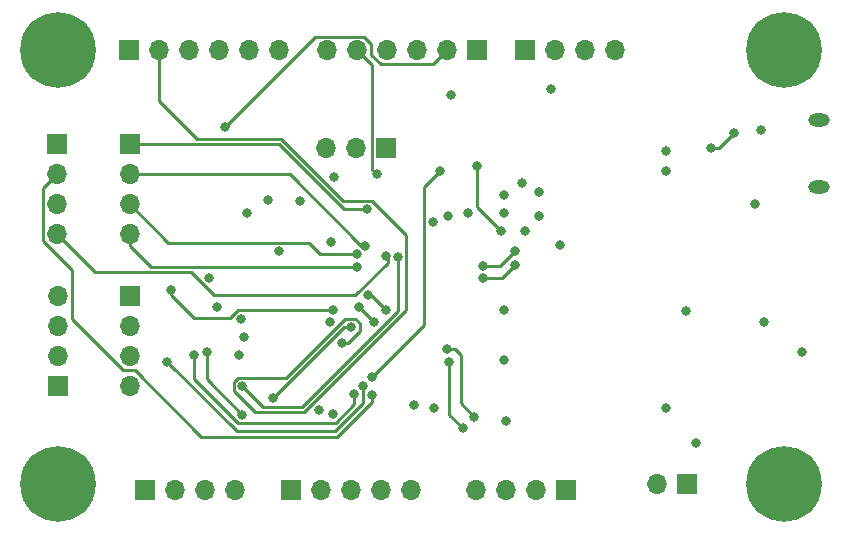
<source format=gbr>
%TF.GenerationSoftware,KiCad,Pcbnew,(5.1.7)-1*%
%TF.CreationDate,2020-11-01T11:20:17+05:30*%
%TF.ProjectId,stm 32 trial board5,73746d20-3332-4207-9472-69616c20626f,rev?*%
%TF.SameCoordinates,Original*%
%TF.FileFunction,Copper,L4,Bot*%
%TF.FilePolarity,Positive*%
%FSLAX46Y46*%
G04 Gerber Fmt 4.6, Leading zero omitted, Abs format (unit mm)*
G04 Created by KiCad (PCBNEW (5.1.7)-1) date 2020-11-01 11:20:17*
%MOMM*%
%LPD*%
G01*
G04 APERTURE LIST*
%TA.AperFunction,ComponentPad*%
%ADD10C,6.400000*%
%TD*%
%TA.AperFunction,ComponentPad*%
%ADD11C,0.800000*%
%TD*%
%TA.AperFunction,ComponentPad*%
%ADD12R,1.700000X1.700000*%
%TD*%
%TA.AperFunction,ComponentPad*%
%ADD13O,1.700000X1.700000*%
%TD*%
%TA.AperFunction,ComponentPad*%
%ADD14O,1.820000X1.120000*%
%TD*%
%TA.AperFunction,ViaPad*%
%ADD15C,0.800000*%
%TD*%
%TA.AperFunction,Conductor*%
%ADD16C,0.250000*%
%TD*%
G04 APERTURE END LIST*
D10*
%TO.P,H1,1*%
%TO.N,GND*%
X36000000Y-71250000D03*
D11*
X38400000Y-71250000D03*
X37697056Y-72947056D03*
X36000000Y-73650000D03*
X34302944Y-72947056D03*
X33600000Y-71250000D03*
X34302944Y-69552944D03*
X36000000Y-68850000D03*
X37697056Y-69552944D03*
%TD*%
%TO.P,H2,1*%
%TO.N,GND*%
X37697056Y-106302944D03*
X36000000Y-105600000D03*
X34302944Y-106302944D03*
X33600000Y-108000000D03*
X34302944Y-109697056D03*
X36000000Y-110400000D03*
X37697056Y-109697056D03*
X38400000Y-108000000D03*
D10*
X36000000Y-108000000D03*
%TD*%
%TO.P,H3,1*%
%TO.N,GND*%
X97500000Y-71250000D03*
D11*
X99900000Y-71250000D03*
X99197056Y-72947056D03*
X97500000Y-73650000D03*
X95802944Y-72947056D03*
X95100000Y-71250000D03*
X95802944Y-69552944D03*
X97500000Y-68850000D03*
X99197056Y-69552944D03*
%TD*%
%TO.P,H4,1*%
%TO.N,GND*%
X99197056Y-106302944D03*
X97500000Y-105600000D03*
X95802944Y-106302944D03*
X95100000Y-108000000D03*
X95802944Y-109697056D03*
X97500000Y-110400000D03*
X99197056Y-109697056D03*
X99900000Y-108000000D03*
D10*
X97500000Y-108000000D03*
%TD*%
D12*
%TO.P,J2,1*%
%TO.N,GND*%
X89290000Y-108000000D03*
D13*
%TO.P,J2,2*%
%TO.N,Vin*%
X86750000Y-108000000D03*
%TD*%
D12*
%TO.P,J6,1*%
%TO.N,I2C3_CLK*%
X75500000Y-71250000D03*
D13*
%TO.P,J6,2*%
%TO.N,I2C3_SDA*%
X78040000Y-71250000D03*
%TO.P,J6,3*%
%TO.N,GND*%
X80580000Y-71250000D03*
%TO.P,J6,4*%
%TO.N,+3V3*%
X83120000Y-71250000D03*
%TD*%
D12*
%TO.P,J7,1*%
%TO.N,GND*%
X43380000Y-108500000D03*
D13*
%TO.P,J7,2*%
%TO.N,USART3_TX*%
X45920000Y-108500000D03*
%TO.P,J7,3*%
%TO.N,USART3_RX*%
X48460000Y-108500000D03*
%TO.P,J7,4*%
%TO.N,+3V3*%
X51000000Y-108500000D03*
%TD*%
%TO.P,J8,4*%
%TO.N,+3V3*%
X71380000Y-108500000D03*
%TO.P,J8,3*%
%TO.N,CAN_TX*%
X73920000Y-108500000D03*
%TO.P,J8,2*%
%TO.N,CAN_RX*%
X76460000Y-108500000D03*
D12*
%TO.P,J8,1*%
%TO.N,GND*%
X79000000Y-108500000D03*
%TD*%
%TO.P,J10,1*%
%TO.N,GND*%
X55750000Y-108500000D03*
D13*
%TO.P,J10,2*%
%TO.N,SPI2_SCK*%
X58290000Y-108500000D03*
%TO.P,J10,3*%
%TO.N,SPI2_MISO*%
X60830000Y-108500000D03*
%TO.P,J10,4*%
%TO.N,SPI2_MOSI*%
X63370000Y-108500000D03*
%TO.P,J10,5*%
%TO.N,+3V3*%
X65910000Y-108500000D03*
%TD*%
D12*
%TO.P,J11,1*%
%TO.N,GND*%
X71500000Y-71250000D03*
D13*
%TO.P,J11,2*%
%TO.N,rest*%
X68960000Y-71250000D03*
%TO.P,J11,3*%
%TO.N,SYS_JTMS-SWDIO*%
X66420000Y-71250000D03*
%TO.P,J11,4*%
%TO.N,SYS_JTMS-SWCLK*%
X63880000Y-71250000D03*
%TO.P,J11,5*%
%TO.N,SYS_JTMS-TRACESWO*%
X61340000Y-71250000D03*
%TO.P,J11,6*%
%TO.N,+3V3*%
X58800000Y-71250000D03*
%TD*%
%TO.P,J12,6*%
%TO.N,+3V3*%
X54700000Y-71250000D03*
%TO.P,J12,5*%
%TO.N,I2S3_CK*%
X52160000Y-71250000D03*
%TO.P,J12,4*%
%TO.N,I2S3_ext_SD*%
X49620000Y-71250000D03*
%TO.P,J12,3*%
%TO.N,I2S3_SD*%
X47080000Y-71250000D03*
%TO.P,J12,2*%
%TO.N,I2S3_WS*%
X44540000Y-71250000D03*
D12*
%TO.P,J12,1*%
%TO.N,GND*%
X42000000Y-71250000D03*
%TD*%
%TO.P,J13,1*%
%TO.N,GND*%
X63790000Y-79500000D03*
D13*
%TO.P,J13,2*%
%TO.N,Net-(J13-Pad2)*%
X61250000Y-79500000D03*
%TO.P,J13,3*%
%TO.N,+3V3*%
X58710000Y-79500000D03*
%TD*%
D14*
%TO.P,J9,6*%
%TO.N,GND*%
X100425000Y-82775000D03*
X100425000Y-77125000D03*
%TD*%
D12*
%TO.P,J1,1*%
%TO.N,pa0*%
X36000000Y-99700000D03*
D13*
%TO.P,J1,2*%
%TO.N,pa1*%
X36000000Y-97160000D03*
%TO.P,J1,3*%
%TO.N,pa2*%
X36000000Y-94620000D03*
%TO.P,J1,4*%
%TO.N,pa3*%
X36000000Y-92080000D03*
%TD*%
%TO.P,J3,4*%
%TO.N,pa15*%
X42100000Y-99680000D03*
%TO.P,J3,3*%
%TO.N,pa7*%
X42100000Y-97140000D03*
%TO.P,J3,2*%
%TO.N,pa6*%
X42100000Y-94600000D03*
D12*
%TO.P,J3,1*%
%TO.N,pa5*%
X42100000Y-92060000D03*
%TD*%
%TO.P,J4,1*%
%TO.N,pb0*%
X35900000Y-79200000D03*
D13*
%TO.P,J4,2*%
%TO.N,pb1*%
X35900000Y-81740000D03*
%TO.P,J4,3*%
%TO.N,pb2*%
X35900000Y-84280000D03*
%TO.P,J4,4*%
%TO.N,pb4*%
X35900000Y-86820000D03*
%TD*%
%TO.P,J5,4*%
%TO.N,pb12*%
X42100000Y-86820000D03*
%TO.P,J5,3*%
%TO.N,pb8*%
X42100000Y-84280000D03*
%TO.P,J5,2*%
%TO.N,pb6*%
X42100000Y-81740000D03*
D12*
%TO.P,J5,1*%
%TO.N,pb5*%
X42100000Y-79200000D03*
%TD*%
D15*
%TO.N,GND*%
X95000000Y-84250000D03*
X87500000Y-101500000D03*
X87500000Y-81500000D03*
X95500000Y-78000000D03*
X48750000Y-90500000D03*
X49500000Y-93000000D03*
X54750000Y-88250000D03*
X52000000Y-85000000D03*
X51300000Y-97000000D03*
X51500000Y-94000000D03*
X70750000Y-85000000D03*
X78500000Y-87750000D03*
X59031698Y-94206392D03*
X58100000Y-101700000D03*
X66100000Y-101300000D03*
X53800000Y-83900000D03*
X59100000Y-87500000D03*
X73800000Y-97500000D03*
X73800000Y-93200000D03*
X73900000Y-102600000D03*
X89200000Y-93300000D03*
%TO.N,+3V3*%
X76750000Y-85250000D03*
X76750000Y-83250000D03*
X75250000Y-82500000D03*
X67750000Y-85750000D03*
X73750000Y-85000000D03*
X75500000Y-86500000D03*
X73750000Y-83500000D03*
X56500000Y-84000000D03*
X69000000Y-85250000D03*
X67800000Y-101550000D03*
X90000000Y-104500000D03*
X99000000Y-96750000D03*
X95750000Y-94250000D03*
X87500000Y-79750000D03*
X77750000Y-74500000D03*
X69250000Y-75000000D03*
X51750000Y-95500000D03*
X59250000Y-102000000D03*
X59400000Y-82000000D03*
%TO.N,pa5*%
X54200000Y-100700000D03*
X60800000Y-94700000D03*
%TO.N,pa3*%
X48600000Y-96800000D03*
X51600000Y-102100000D03*
%TO.N,pa6*%
X47500000Y-97000001D03*
X61100000Y-100300000D03*
%TO.N,pa7*%
X45200000Y-97590001D03*
X61843468Y-99631227D03*
%TO.N,pa15*%
X64750000Y-88750000D03*
X51600000Y-99700000D03*
%TO.N,pb0*%
X68300000Y-81500000D03*
X62600000Y-98900000D03*
%TO.N,pb1*%
X62550001Y-100399890D03*
%TO.N,pb8*%
X61300000Y-88500000D03*
%TO.N,pb6*%
X62025000Y-87792892D03*
%TO.N,pb5*%
X62200000Y-84700000D03*
%TO.N,pb4*%
X63751724Y-88691278D03*
%TO.N,pb2*%
X59300000Y-93200000D03*
X45600000Y-91500000D03*
%TO.N,pb12*%
X61300000Y-89600000D03*
%TO.N,I2C3_CLK*%
X71500000Y-81000000D03*
X73500000Y-86500000D03*
%TO.N,CAN_TX*%
X61487347Y-92987347D03*
X62750000Y-94250000D03*
X69100000Y-97600000D03*
X70250000Y-103250000D03*
%TO.N,CAN_RX*%
X62250000Y-92000000D03*
X63750000Y-93250000D03*
X68900000Y-96500000D03*
X71250000Y-102250000D03*
%TO.N,DP*%
X72000000Y-89500000D03*
X74700000Y-88200000D03*
%TO.N,DM*%
X72000000Y-90500000D03*
X74700000Y-89400000D03*
X91250000Y-79500000D03*
X93250000Y-78250000D03*
%TO.N,rest*%
X50100000Y-77700000D03*
%TO.N,SYS_JTMS-TRACESWO*%
X63000000Y-81750000D03*
%TO.N,I2S3_WS*%
X60075000Y-96000000D03*
%TD*%
D16*
%TO.N,pa5*%
X60200000Y-94700000D02*
X60800000Y-94700000D01*
X54200000Y-100700000D02*
X60200000Y-94700000D01*
%TO.N,pa3*%
X48600000Y-99100000D02*
X51600000Y-102100000D01*
X48600000Y-96800000D02*
X48600000Y-99100000D01*
%TO.N,pa6*%
X51251999Y-102825001D02*
X56274999Y-102825001D01*
X47500000Y-99073002D02*
X51251999Y-102825001D01*
X47500000Y-97000001D02*
X47500000Y-99073002D01*
X61100000Y-101223002D02*
X61100000Y-100300000D01*
X59498001Y-102825001D02*
X61100000Y-101223002D01*
X56274999Y-102825001D02*
X59498001Y-102825001D01*
%TO.N,pa7*%
X45200000Y-97590001D02*
X51109999Y-103500000D01*
X61825001Y-101134411D02*
X61825001Y-99525001D01*
X59459412Y-103500000D02*
X61825001Y-101134411D01*
X51109999Y-103500000D02*
X59459412Y-103500000D01*
X61843468Y-99543468D02*
X61843468Y-99631227D01*
X61825001Y-99525001D02*
X61843468Y-99543468D01*
%TO.N,pa15*%
X64750000Y-93323002D02*
X64750000Y-88750000D01*
X56648001Y-101425001D02*
X64750000Y-93323002D01*
X53325001Y-101425001D02*
X56648001Y-101425001D01*
X51600000Y-99700000D02*
X53325001Y-101425001D01*
%TO.N,pb0*%
X67024999Y-82775001D02*
X68300000Y-81500000D01*
X67024999Y-94475001D02*
X67024999Y-82775001D01*
X62600000Y-98900000D02*
X67024999Y-94475001D01*
%TO.N,pb1*%
X34724999Y-82915001D02*
X35900000Y-81740000D01*
X34724999Y-87384001D02*
X34724999Y-82915001D01*
X37175001Y-89834003D02*
X34724999Y-87384001D01*
X37175001Y-93954003D02*
X37175001Y-89834003D01*
X42474003Y-98315001D02*
X41535999Y-98315001D01*
X41535999Y-98315001D02*
X37175001Y-93954003D01*
X59645812Y-103950010D02*
X48109012Y-103950010D01*
X48109012Y-103950010D02*
X42474003Y-98315001D01*
X62550001Y-101045821D02*
X59645812Y-103950010D01*
X62550001Y-100399890D02*
X62550001Y-101045821D01*
%TO.N,pb8*%
X45344999Y-87524999D02*
X57224999Y-87524999D01*
X42100000Y-84280000D02*
X45344999Y-87524999D01*
X58200000Y-88500000D02*
X61300000Y-88500000D01*
X57224999Y-87524999D02*
X58200000Y-88500000D01*
%TO.N,pb6*%
X55613002Y-81740000D02*
X42100000Y-81740000D01*
X61665894Y-87792892D02*
X55613002Y-81740000D01*
X62025000Y-87792892D02*
X61665894Y-87792892D01*
%TO.N,pb5*%
X62200000Y-84700000D02*
X60200000Y-84700000D01*
X54700000Y-79200000D02*
X42100000Y-79200000D01*
X60200000Y-84700000D02*
X54700000Y-79200000D01*
%TO.N,pb4*%
X47227008Y-90050010D02*
X49176998Y-92000000D01*
X39130010Y-90050010D02*
X47227008Y-90050010D01*
X35900000Y-86820000D02*
X39130010Y-90050010D01*
X61176998Y-92000000D02*
X63900000Y-89276998D01*
X49176998Y-92000000D02*
X61176998Y-92000000D01*
X63900000Y-88839554D02*
X63751724Y-88691278D01*
X63900000Y-89276998D02*
X63900000Y-88839554D01*
%TO.N,pb2*%
X51226998Y-93200000D02*
X50526998Y-93900000D01*
X59300000Y-93200000D02*
X51226998Y-93200000D01*
X50526998Y-93900000D02*
X47500000Y-93900000D01*
X45600000Y-92000000D02*
X45600000Y-91500000D01*
X47500000Y-93900000D02*
X45600000Y-92000000D01*
%TO.N,pb12*%
X61300000Y-89600000D02*
X43900000Y-89600000D01*
X42100000Y-87800000D02*
X42100000Y-86820000D01*
X43900000Y-89600000D02*
X42100000Y-87800000D01*
%TO.N,I2C3_CLK*%
X71500000Y-81000000D02*
X71500000Y-84500000D01*
X71500000Y-84500000D02*
X73500000Y-86500000D01*
%TO.N,CAN_TX*%
X61487347Y-92987347D02*
X62750000Y-94250000D01*
X69100000Y-102100000D02*
X70250000Y-103250000D01*
X69100000Y-97600000D02*
X69100000Y-102100000D01*
%TO.N,CAN_RX*%
X62500000Y-92000000D02*
X63750000Y-93250000D01*
X62250000Y-92000000D02*
X62500000Y-92000000D01*
X70099999Y-101099999D02*
X71250000Y-102250000D01*
X70099999Y-96999999D02*
X70099999Y-101099999D01*
X69600000Y-96500000D02*
X68900000Y-96500000D01*
X70099999Y-96999999D02*
X69600000Y-96500000D01*
%TO.N,DP*%
X73400000Y-89500000D02*
X74700000Y-88200000D01*
X72000000Y-89500000D02*
X73400000Y-89500000D01*
%TO.N,DM*%
X91250000Y-79500000D02*
X92000000Y-79500000D01*
X92000000Y-79500000D02*
X93250000Y-78250000D01*
X73600000Y-90500000D02*
X72000000Y-90500000D01*
X74700000Y-89400000D02*
X73600000Y-90500000D01*
%TO.N,rest*%
X67784999Y-72425001D02*
X68960000Y-71250000D01*
X63315999Y-72425001D02*
X67784999Y-72425001D01*
X62515001Y-71624003D02*
X63315999Y-72425001D01*
X62515001Y-70685999D02*
X62515001Y-71624003D01*
X61904001Y-70074999D02*
X62515001Y-70685999D01*
X57725001Y-70074999D02*
X61904001Y-70074999D01*
X50100000Y-77700000D02*
X57725001Y-70074999D01*
%TO.N,SYS_JTMS-TRACESWO*%
X62600001Y-72510001D02*
X61340000Y-71250000D01*
X62600001Y-81350001D02*
X62600001Y-72510001D01*
X63000000Y-81750000D02*
X62600001Y-81350001D01*
%TO.N,I2S3_WS*%
X47749991Y-78749991D02*
X44540000Y-75540000D01*
X54886401Y-78749991D02*
X47749991Y-78749991D01*
X60111409Y-83974999D02*
X54886401Y-78749991D01*
X62548001Y-83974999D02*
X60111409Y-83974999D01*
X65475001Y-86901999D02*
X62548001Y-83974999D01*
X61525001Y-94351999D02*
X61148001Y-93974999D01*
X60573002Y-96000000D02*
X61525001Y-95048001D01*
X61525001Y-95048001D02*
X61525001Y-94351999D01*
X61148001Y-93974999D02*
X60288591Y-93974999D01*
X44540000Y-75540000D02*
X44540000Y-71250000D01*
X60288591Y-93974999D02*
X55288591Y-98974999D01*
X55288591Y-98974999D02*
X51251999Y-98974999D01*
X51251999Y-98974999D02*
X50874999Y-99351999D01*
X65475001Y-93234411D02*
X65475001Y-86901999D01*
X50874999Y-99351999D02*
X50874999Y-100048001D01*
X50874999Y-100048001D02*
X52702009Y-101875011D01*
X60075000Y-96000000D02*
X60573002Y-96000000D01*
X52702009Y-101875011D02*
X56834401Y-101875011D01*
X56834401Y-101875011D02*
X65475001Y-93234411D01*
%TD*%
M02*

</source>
